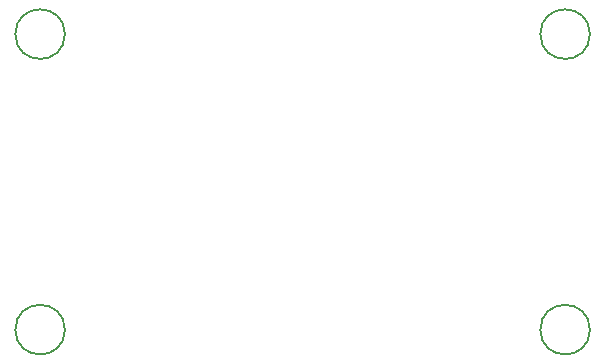
<source format=gbr>
%TF.GenerationSoftware,KiCad,Pcbnew,9.0.5*%
%TF.CreationDate,2025-10-30T10:34:48+09:00*%
%TF.ProjectId,MCU_Datalogger,4d43555f-4461-4746-916c-6f676765722e,1*%
%TF.SameCoordinates,Original*%
%TF.FileFunction,Other,Comment*%
%FSLAX46Y46*%
G04 Gerber Fmt 4.6, Leading zero omitted, Abs format (unit mm)*
G04 Created by KiCad (PCBNEW 9.0.5) date 2025-10-30 10:34:48*
%MOMM*%
%LPD*%
G01*
G04 APERTURE LIST*
%ADD10C,0.150000*%
G04 APERTURE END LIST*
D10*
%TO.C,H2*%
X140784000Y-86995000D02*
G75*
G02*
X136584000Y-86995000I-2100000J0D01*
G01*
X136584000Y-86995000D02*
G75*
G02*
X140784000Y-86995000I2100000J0D01*
G01*
%TO.C,H4*%
X185234000Y-86995000D02*
G75*
G02*
X181034000Y-86995000I-2100000J0D01*
G01*
X181034000Y-86995000D02*
G75*
G02*
X185234000Y-86995000I2100000J0D01*
G01*
%TO.C,H1*%
X140784000Y-61976000D02*
G75*
G02*
X136584000Y-61976000I-2100000J0D01*
G01*
X136584000Y-61976000D02*
G75*
G02*
X140784000Y-61976000I2100000J0D01*
G01*
%TO.C,H3*%
X185234000Y-61976000D02*
G75*
G02*
X181034000Y-61976000I-2100000J0D01*
G01*
X181034000Y-61976000D02*
G75*
G02*
X185234000Y-61976000I2100000J0D01*
G01*
%TD*%
M02*

</source>
